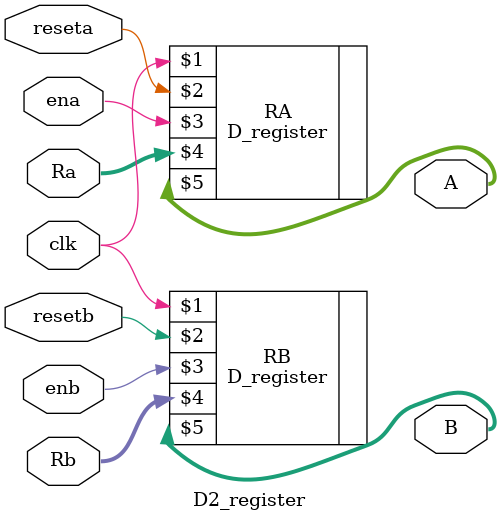
<source format=v>
module D2_register(clk,reseta,resetb,Ra,Rb,ena,enb,A,B);
	input clk,reseta,resetb;
	input [3:0] Ra,Rb;
	input ena,enb;
	output [3:0] A,B;

	D_register RA (clk,reseta,ena,Ra,A);
	D_register RB (clk,resetb,enb,Rb,B);
	

endmodule
</source>
